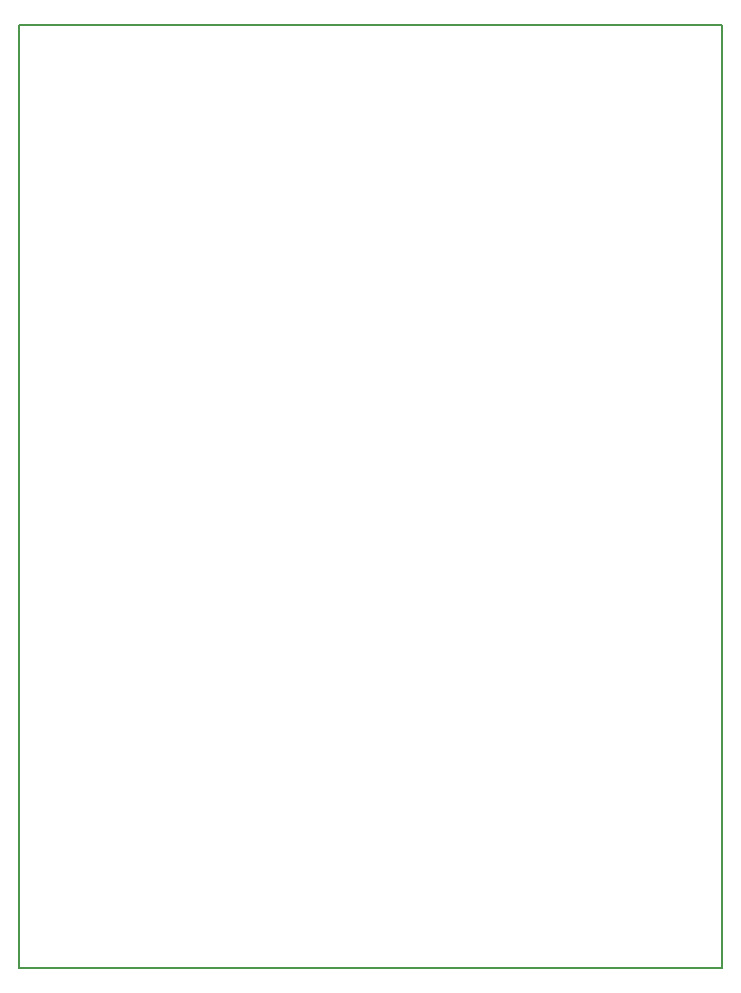
<source format=gbr>
G04 #@! TF.GenerationSoftware,KiCad,Pcbnew,7.0.7*
G04 #@! TF.CreationDate,2024-06-01T12:12:09+01:00*
G04 #@! TF.ProjectId,WindlassControl,57696e64-6c61-4737-9343-6f6e74726f6c,rev?*
G04 #@! TF.SameCoordinates,PX63add28PY7483a30*
G04 #@! TF.FileFunction,Profile,NP*
%FSLAX46Y46*%
G04 Gerber Fmt 4.6, Leading zero omitted, Abs format (unit mm)*
G04 Created by KiCad (PCBNEW 7.0.7) date 2024-06-01 12:12:09*
%MOMM*%
%LPD*%
G01*
G04 APERTURE LIST*
G04 #@! TA.AperFunction,Profile*
%ADD10C,0.200000*%
G04 #@! TD*
G04 APERTURE END LIST*
D10*
X0Y79883000D02*
X59563000Y79883000D01*
X59563000Y0D01*
X0Y0D01*
X0Y79883000D01*
M02*

</source>
